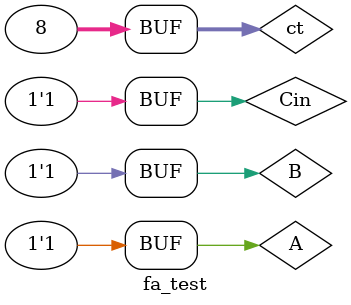
<source format=v>
/* HW1 P11 & P12 */

`include "p11_12.v"

module fa_test();
	/* Nearly identical to the half-adder testing, with the sole addition
	 * of an additional input, in testing the full-adder, only a very
	 * small number of input variations are avaliable for us to test.
	 * { A, B, Cin } = 000 , 001, 010, 011, 100, 101, 110, 111
	 * The following puts the adder through
	 * each of these states and monitors its output
	 */
	reg A, B, Cin;
	wire S, Cout;
	integer ct;
	full_adder fa(S,Cout, A,B,Cin);

	initial begin
		{ A, B, Cin } = 'b000;

		$dumpfile("full_adder.vcd");
		$dumpvars(1,fa);
		$monitor("A=%b B=%b Cin=%b A+B+Cin=S=%b Cout=%b", A,B,Cin,S,Cout);
		for(ct = 0; ct <= 'b111; ct = ct + 1) begin
			#10 { A, B, Cin } = ct[2:0];
		end
	end
endmodule


</source>
